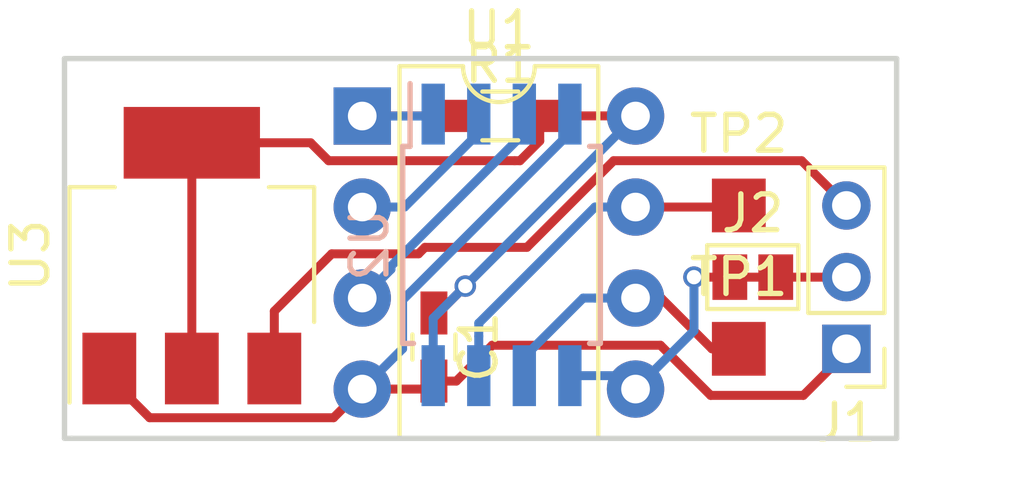
<source format=kicad_pcb>
(kicad_pcb (version 4) (host pcbnew 4.0.6)

  (general
    (links 22)
    (no_connects 22)
    (area 138.275 101.6386 167.033334 116.0886)
    (thickness 1.6)
    (drawings 5)
    (tracks 75)
    (zones 0)
    (modules 9)
    (nets 10)
  )

  (page A4)
  (layers
    (0 F.Cu signal)
    (31 B.Cu signal)
    (32 B.Adhes user)
    (33 F.Adhes user)
    (34 B.Paste user)
    (35 F.Paste user)
    (36 B.SilkS user)
    (37 F.SilkS user)
    (38 B.Mask user)
    (39 F.Mask user)
    (40 Dwgs.User user)
    (41 Cmts.User user)
    (42 Eco1.User user)
    (43 Eco2.User user)
    (44 Edge.Cuts user)
    (45 Margin user)
    (46 B.CrtYd user)
    (47 F.CrtYd user)
    (48 B.Fab user)
    (49 F.Fab user)
  )

  (setup
    (last_trace_width 0.25)
    (trace_clearance 0.2)
    (zone_clearance 0.508)
    (zone_45_only no)
    (trace_min 0.2)
    (segment_width 0.2)
    (edge_width 0.15)
    (via_size 0.6)
    (via_drill 0.4)
    (via_min_size 0.4)
    (via_min_drill 0.3)
    (uvia_size 0.3)
    (uvia_drill 0.1)
    (uvias_allowed no)
    (uvia_min_size 0.2)
    (uvia_min_drill 0.1)
    (pcb_text_width 0.3)
    (pcb_text_size 1.5 1.5)
    (mod_edge_width 0.15)
    (mod_text_size 1 1)
    (mod_text_width 0.15)
    (pad_size 1.524 1.524)
    (pad_drill 0.762)
    (pad_to_mask_clearance 0.2)
    (aux_axis_origin 164 103)
    (visible_elements FFFFFF7F)
    (pcbplotparams
      (layerselection 0x010c0_80000001)
      (usegerberextensions true)
      (usegerberattributes true)
      (excludeedgelayer true)
      (linewidth 0.100000)
      (plotframeref false)
      (viasonmask false)
      (mode 1)
      (useauxorigin true)
      (hpglpennumber 1)
      (hpglpenspeed 20)
      (hpglpendiameter 15)
      (hpglpenoverlay 2)
      (psnegative false)
      (psa4output false)
      (plotreference false)
      (plotvalue false)
      (plotinvisibletext false)
      (padsonsilk false)
      (subtractmaskfromsilk false)
      (outputformat 1)
      (mirror false)
      (drillshape 0)
      (scaleselection 1)
      (outputdirectory gerbers/))
  )

  (net 0 "")
  (net 1 +3V3)
  (net 2 GND)
  (net 3 "Net-(J1-Pad2)")
  (net 4 VCC)
  (net 5 "Net-(R1-Pad1)")
  (net 6 "Net-(TP1-Pad1)")
  (net 7 "Net-(TP2-Pad1)")
  (net 8 "Net-(U1-Pad2)")
  (net 9 "Net-(U1-Pad3)")

  (net_class Default "This is the default net class."
    (clearance 0.2)
    (trace_width 0.25)
    (via_dia 0.6)
    (via_drill 0.4)
    (uvia_dia 0.3)
    (uvia_drill 0.1)
    (add_net +3V3)
    (add_net GND)
    (add_net "Net-(J1-Pad2)")
    (add_net "Net-(R1-Pad1)")
    (add_net "Net-(TP1-Pad1)")
    (add_net "Net-(TP2-Pad1)")
    (add_net "Net-(U1-Pad2)")
    (add_net "Net-(U1-Pad3)")
    (add_net VCC)
  )

  (module Capacitors_SMD:C_0603_HandSoldering (layer F.Cu) (tedit 58AA848B) (tstamp 59960C4C)
    (at 150.5 111.45 270)
    (descr "Capacitor SMD 0603, hand soldering")
    (tags "capacitor 0603")
    (path /599608FA)
    (attr smd)
    (fp_text reference C1 (at 0 -1.25 270) (layer F.SilkS)
      (effects (font (size 1 1) (thickness 0.15)))
    )
    (fp_text value C_Small (at 0 1.5 270) (layer F.Fab)
      (effects (font (size 1 1) (thickness 0.15)))
    )
    (fp_text user %R (at 0 -1.25 270) (layer F.Fab)
      (effects (font (size 1 1) (thickness 0.15)))
    )
    (fp_line (start -0.8 0.4) (end -0.8 -0.4) (layer F.Fab) (width 0.1))
    (fp_line (start 0.8 0.4) (end -0.8 0.4) (layer F.Fab) (width 0.1))
    (fp_line (start 0.8 -0.4) (end 0.8 0.4) (layer F.Fab) (width 0.1))
    (fp_line (start -0.8 -0.4) (end 0.8 -0.4) (layer F.Fab) (width 0.1))
    (fp_line (start -0.35 -0.6) (end 0.35 -0.6) (layer F.SilkS) (width 0.12))
    (fp_line (start 0.35 0.6) (end -0.35 0.6) (layer F.SilkS) (width 0.12))
    (fp_line (start -1.8 -0.65) (end 1.8 -0.65) (layer F.CrtYd) (width 0.05))
    (fp_line (start -1.8 -0.65) (end -1.8 0.65) (layer F.CrtYd) (width 0.05))
    (fp_line (start 1.8 0.65) (end 1.8 -0.65) (layer F.CrtYd) (width 0.05))
    (fp_line (start 1.8 0.65) (end -1.8 0.65) (layer F.CrtYd) (width 0.05))
    (pad 1 smd rect (at -0.95 0 270) (size 1.2 0.75) (layers F.Cu F.Paste F.Mask)
      (net 1 +3V3))
    (pad 2 smd rect (at 0.95 0 270) (size 1.2 0.75) (layers F.Cu F.Paste F.Mask)
      (net 2 GND))
    (model Capacitors_SMD.3dshapes/C_0603.wrl
      (at (xyz 0 0 0))
      (scale (xyz 1 1 1))
      (rotate (xyz 0 0 0))
    )
  )

  (module Pin_Headers:Pin_Header_Straight_1x03_Pitch2.00mm (layer F.Cu) (tedit 59650533) (tstamp 59960C53)
    (at 162 111.5 180)
    (descr "Through hole straight pin header, 1x03, 2.00mm pitch, single row")
    (tags "Through hole pin header THT 1x03 2.00mm single row")
    (path /59960EC3)
    (fp_text reference J1 (at 0 -2.06 180) (layer F.SilkS)
      (effects (font (size 1 1) (thickness 0.15)))
    )
    (fp_text value CONN_01X03 (at 0 6.06 180) (layer F.Fab)
      (effects (font (size 1 1) (thickness 0.15)))
    )
    (fp_line (start -0.5 -1) (end 1 -1) (layer F.Fab) (width 0.1))
    (fp_line (start 1 -1) (end 1 5) (layer F.Fab) (width 0.1))
    (fp_line (start 1 5) (end -1 5) (layer F.Fab) (width 0.1))
    (fp_line (start -1 5) (end -1 -0.5) (layer F.Fab) (width 0.1))
    (fp_line (start -1 -0.5) (end -0.5 -1) (layer F.Fab) (width 0.1))
    (fp_line (start -1.06 5.06) (end 1.06 5.06) (layer F.SilkS) (width 0.12))
    (fp_line (start -1.06 1) (end -1.06 5.06) (layer F.SilkS) (width 0.12))
    (fp_line (start 1.06 1) (end 1.06 5.06) (layer F.SilkS) (width 0.12))
    (fp_line (start -1.06 1) (end 1.06 1) (layer F.SilkS) (width 0.12))
    (fp_line (start -1.06 0) (end -1.06 -1.06) (layer F.SilkS) (width 0.12))
    (fp_line (start -1.06 -1.06) (end 0 -1.06) (layer F.SilkS) (width 0.12))
    (fp_line (start -1.5 -1.5) (end -1.5 5.5) (layer F.CrtYd) (width 0.05))
    (fp_line (start -1.5 5.5) (end 1.5 5.5) (layer F.CrtYd) (width 0.05))
    (fp_line (start 1.5 5.5) (end 1.5 -1.5) (layer F.CrtYd) (width 0.05))
    (fp_line (start 1.5 -1.5) (end -1.5 -1.5) (layer F.CrtYd) (width 0.05))
    (fp_text user %R (at 0 2 270) (layer F.Fab)
      (effects (font (size 1 1) (thickness 0.15)))
    )
    (pad 1 thru_hole rect (at 0 0 180) (size 1.35 1.35) (drill 0.8) (layers *.Cu *.Mask)
      (net 2 GND))
    (pad 2 thru_hole oval (at 0 2 180) (size 1.35 1.35) (drill 0.8) (layers *.Cu *.Mask)
      (net 3 "Net-(J1-Pad2)"))
    (pad 3 thru_hole oval (at 0 4 180) (size 1.35 1.35) (drill 0.8) (layers *.Cu *.Mask)
      (net 4 VCC))
    (model ${KISYS3DMOD}/Pin_Headers.3dshapes/Pin_Header_Straight_1x03_Pitch2.00mm.wrl
      (at (xyz 0 0 0))
      (scale (xyz 1 1 1))
      (rotate (xyz 0 0 0))
    )
  )

  (module Connect:GS2 (layer F.Cu) (tedit 586134A1) (tstamp 59960C59)
    (at 159.39 109.5 90)
    (descr "2-pin solder bridge")
    (tags "solder bridge")
    (path /59960FD4)
    (attr smd)
    (fp_text reference J2 (at 1.78 0 180) (layer F.SilkS)
      (effects (font (size 1 1) (thickness 0.15)))
    )
    (fp_text value TEST_2P (at -1.8 0 180) (layer F.Fab)
      (effects (font (size 1 1) (thickness 0.15)))
    )
    (fp_line (start 1.1 -1.45) (end 1.1 1.5) (layer F.CrtYd) (width 0.05))
    (fp_line (start 1.1 1.5) (end -1.1 1.5) (layer F.CrtYd) (width 0.05))
    (fp_line (start -1.1 1.5) (end -1.1 -1.45) (layer F.CrtYd) (width 0.05))
    (fp_line (start -1.1 -1.45) (end 1.1 -1.45) (layer F.CrtYd) (width 0.05))
    (fp_line (start -0.89 -1.27) (end -0.89 1.27) (layer F.SilkS) (width 0.12))
    (fp_line (start 0.89 1.27) (end 0.89 -1.27) (layer F.SilkS) (width 0.12))
    (fp_line (start 0.89 1.27) (end -0.89 1.27) (layer F.SilkS) (width 0.12))
    (fp_line (start -0.89 -1.27) (end 0.89 -1.27) (layer F.SilkS) (width 0.12))
    (pad 1 smd rect (at 0 -0.64 90) (size 1.27 0.97) (layers F.Cu F.Paste F.Mask)
      (net 3 "Net-(J1-Pad2)"))
    (pad 2 smd rect (at 0 0.64 90) (size 1.27 0.97) (layers F.Cu F.Paste F.Mask)
      (net 3 "Net-(J1-Pad2)"))
  )

  (module Resistors_SMD:R_0603_HandSoldering (layer F.Cu) (tedit 58E0A804) (tstamp 59960C5F)
    (at 152.35 105)
    (descr "Resistor SMD 0603, hand soldering")
    (tags "resistor 0603")
    (path /59960C8A)
    (attr smd)
    (fp_text reference R1 (at 0 -1.45) (layer F.SilkS)
      (effects (font (size 1 1) (thickness 0.15)))
    )
    (fp_text value R_Small (at 0 1.55) (layer F.Fab)
      (effects (font (size 1 1) (thickness 0.15)))
    )
    (fp_text user %R (at 0 0) (layer F.Fab)
      (effects (font (size 0.4 0.4) (thickness 0.075)))
    )
    (fp_line (start -0.8 0.4) (end -0.8 -0.4) (layer F.Fab) (width 0.1))
    (fp_line (start 0.8 0.4) (end -0.8 0.4) (layer F.Fab) (width 0.1))
    (fp_line (start 0.8 -0.4) (end 0.8 0.4) (layer F.Fab) (width 0.1))
    (fp_line (start -0.8 -0.4) (end 0.8 -0.4) (layer F.Fab) (width 0.1))
    (fp_line (start 0.5 0.68) (end -0.5 0.68) (layer F.SilkS) (width 0.12))
    (fp_line (start -0.5 -0.68) (end 0.5 -0.68) (layer F.SilkS) (width 0.12))
    (fp_line (start -1.96 -0.7) (end 1.95 -0.7) (layer F.CrtYd) (width 0.05))
    (fp_line (start -1.96 -0.7) (end -1.96 0.7) (layer F.CrtYd) (width 0.05))
    (fp_line (start 1.95 0.7) (end 1.95 -0.7) (layer F.CrtYd) (width 0.05))
    (fp_line (start 1.95 0.7) (end -1.96 0.7) (layer F.CrtYd) (width 0.05))
    (pad 1 smd rect (at -1.1 0) (size 1.2 0.9) (layers F.Cu F.Paste F.Mask)
      (net 5 "Net-(R1-Pad1)"))
    (pad 2 smd rect (at 1.1 0) (size 1.2 0.9) (layers F.Cu F.Paste F.Mask)
      (net 1 +3V3))
    (model ${KISYS3DMOD}/Resistors_SMD.3dshapes/R_0603.wrl
      (at (xyz 0 0 0))
      (scale (xyz 1 1 1))
      (rotate (xyz 0 0 0))
    )
  )

  (module Measurement_Points:Measurement_Point_Square-SMD-Pad_Small (layer F.Cu) (tedit 56C36007) (tstamp 59960C64)
    (at 159 111.5)
    (descr "Mesurement Point, Square, SMD Pad,  1.5mm x 1.5mm,")
    (tags "Mesurement Point Square SMD Pad 1.5x1.5mm")
    (path /5996121B)
    (attr virtual)
    (fp_text reference TP1 (at 0 -2) (layer F.SilkS)
      (effects (font (size 1 1) (thickness 0.15)))
    )
    (fp_text value TEST (at 0 2) (layer F.Fab)
      (effects (font (size 1 1) (thickness 0.15)))
    )
    (fp_line (start -1 -1) (end 1 -1) (layer F.CrtYd) (width 0.05))
    (fp_line (start 1 -1) (end 1 1) (layer F.CrtYd) (width 0.05))
    (fp_line (start 1 1) (end -1 1) (layer F.CrtYd) (width 0.05))
    (fp_line (start -1 1) (end -1 -1) (layer F.CrtYd) (width 0.05))
    (pad 1 smd rect (at 0 0) (size 1.5 1.5) (layers F.Cu F.Mask)
      (net 6 "Net-(TP1-Pad1)"))
  )

  (module Measurement_Points:Measurement_Point_Square-SMD-Pad_Small (layer F.Cu) (tedit 56C36007) (tstamp 59960C69)
    (at 159 107.5)
    (descr "Mesurement Point, Square, SMD Pad,  1.5mm x 1.5mm,")
    (tags "Mesurement Point Square SMD Pad 1.5x1.5mm")
    (path /5996126C)
    (attr virtual)
    (fp_text reference TP2 (at 0 -2) (layer F.SilkS)
      (effects (font (size 1 1) (thickness 0.15)))
    )
    (fp_text value TEST (at 0 2) (layer F.Fab)
      (effects (font (size 1 1) (thickness 0.15)))
    )
    (fp_line (start -1 -1) (end 1 -1) (layer F.CrtYd) (width 0.05))
    (fp_line (start 1 -1) (end 1 1) (layer F.CrtYd) (width 0.05))
    (fp_line (start 1 1) (end -1 1) (layer F.CrtYd) (width 0.05))
    (fp_line (start -1 1) (end -1 -1) (layer F.CrtYd) (width 0.05))
    (pad 1 smd rect (at 0 0) (size 1.5 1.5) (layers F.Cu F.Mask)
      (net 7 "Net-(TP2-Pad1)"))
  )

  (module Housings_DIP:DIP-8_W7.62mm (layer F.Cu) (tedit 58CC8E33) (tstamp 59960C75)
    (at 148.5011 105.0036)
    (descr "8-lead dip package, row spacing 7.62 mm (300 mils)")
    (tags "DIL DIP PDIP 2.54mm 7.62mm 300mil")
    (path /599608CE)
    (fp_text reference U1 (at 3.81 -2.39) (layer F.SilkS)
      (effects (font (size 1 1) (thickness 0.15)))
    )
    (fp_text value ATTINY85-20PU (at 3.81 10.01) (layer F.Fab)
      (effects (font (size 1 1) (thickness 0.15)))
    )
    (fp_text user %R (at 3.81 3.81) (layer F.Fab)
      (effects (font (size 1 1) (thickness 0.15)))
    )
    (fp_line (start 1.635 -1.27) (end 6.985 -1.27) (layer F.Fab) (width 0.1))
    (fp_line (start 6.985 -1.27) (end 6.985 8.89) (layer F.Fab) (width 0.1))
    (fp_line (start 6.985 8.89) (end 0.635 8.89) (layer F.Fab) (width 0.1))
    (fp_line (start 0.635 8.89) (end 0.635 -0.27) (layer F.Fab) (width 0.1))
    (fp_line (start 0.635 -0.27) (end 1.635 -1.27) (layer F.Fab) (width 0.1))
    (fp_line (start 2.81 -1.39) (end 1.04 -1.39) (layer F.SilkS) (width 0.12))
    (fp_line (start 1.04 -1.39) (end 1.04 9.01) (layer F.SilkS) (width 0.12))
    (fp_line (start 1.04 9.01) (end 6.58 9.01) (layer F.SilkS) (width 0.12))
    (fp_line (start 6.58 9.01) (end 6.58 -1.39) (layer F.SilkS) (width 0.12))
    (fp_line (start 6.58 -1.39) (end 4.81 -1.39) (layer F.SilkS) (width 0.12))
    (fp_line (start -1.1 -1.6) (end -1.1 9.2) (layer F.CrtYd) (width 0.05))
    (fp_line (start -1.1 9.2) (end 8.7 9.2) (layer F.CrtYd) (width 0.05))
    (fp_line (start 8.7 9.2) (end 8.7 -1.6) (layer F.CrtYd) (width 0.05))
    (fp_line (start 8.7 -1.6) (end -1.1 -1.6) (layer F.CrtYd) (width 0.05))
    (fp_arc (start 3.81 -1.39) (end 2.81 -1.39) (angle -180) (layer F.SilkS) (width 0.12))
    (pad 1 thru_hole rect (at 0 0) (size 1.6 1.6) (drill 0.8) (layers *.Cu *.Mask)
      (net 5 "Net-(R1-Pad1)"))
    (pad 5 thru_hole oval (at 7.62 7.62) (size 1.6 1.6) (drill 0.8) (layers *.Cu *.Mask)
      (net 3 "Net-(J1-Pad2)"))
    (pad 2 thru_hole oval (at 0 2.54) (size 1.6 1.6) (drill 0.8) (layers *.Cu *.Mask)
      (net 8 "Net-(U1-Pad2)"))
    (pad 6 thru_hole oval (at 7.62 5.08) (size 1.6 1.6) (drill 0.8) (layers *.Cu *.Mask)
      (net 6 "Net-(TP1-Pad1)"))
    (pad 3 thru_hole oval (at 0 5.08) (size 1.6 1.6) (drill 0.8) (layers *.Cu *.Mask)
      (net 9 "Net-(U1-Pad3)"))
    (pad 7 thru_hole oval (at 7.62 2.54) (size 1.6 1.6) (drill 0.8) (layers *.Cu *.Mask)
      (net 7 "Net-(TP2-Pad1)"))
    (pad 4 thru_hole oval (at 0 7.62) (size 1.6 1.6) (drill 0.8) (layers *.Cu *.Mask)
      (net 2 GND))
    (pad 8 thru_hole oval (at 7.62 0) (size 1.6 1.6) (drill 0.8) (layers *.Cu *.Mask)
      (net 1 +3V3))
    (model ${KISYS3DMOD}/Housings_DIP.3dshapes/DIP-8_W7.62mm.wrl
      (at (xyz 0 0 0))
      (scale (xyz 1 1 1))
      (rotate (xyz 0 0 0))
    )
  )

  (module Housings_SOIC:SOIJ-8_5.3x5.3mm_Pitch1.27mm (layer B.Cu) (tedit 58CC8F64) (tstamp 59960C81)
    (at 152.385 108.6 270)
    (descr "8-Lead Plastic Small Outline (SM) - Medium, 5.28 mm Body [SOIC] (see Microchip Packaging Specification 00000049BS.pdf)")
    (tags "SOIC 1.27")
    (path /59961385)
    (attr smd)
    (fp_text reference U2 (at 0 3.68 270) (layer B.SilkS)
      (effects (font (size 1 1) (thickness 0.15)) (justify mirror))
    )
    (fp_text value ATTINY85-20PU (at 0 -3.68 270) (layer B.Fab)
      (effects (font (size 1 1) (thickness 0.15)) (justify mirror))
    )
    (fp_text user %R (at 0 0 270) (layer B.Fab)
      (effects (font (size 1 1) (thickness 0.15)) (justify mirror))
    )
    (fp_line (start -1.65 2.65) (end 2.65 2.65) (layer B.Fab) (width 0.15))
    (fp_line (start 2.65 2.65) (end 2.65 -2.65) (layer B.Fab) (width 0.15))
    (fp_line (start 2.65 -2.65) (end -2.65 -2.65) (layer B.Fab) (width 0.15))
    (fp_line (start -2.65 -2.65) (end -2.65 1.65) (layer B.Fab) (width 0.15))
    (fp_line (start -2.65 1.65) (end -1.65 2.65) (layer B.Fab) (width 0.15))
    (fp_line (start -4.75 2.95) (end -4.75 -2.95) (layer B.CrtYd) (width 0.05))
    (fp_line (start 4.75 2.95) (end 4.75 -2.95) (layer B.CrtYd) (width 0.05))
    (fp_line (start -4.75 2.95) (end 4.75 2.95) (layer B.CrtYd) (width 0.05))
    (fp_line (start -4.75 -2.95) (end 4.75 -2.95) (layer B.CrtYd) (width 0.05))
    (fp_line (start -2.75 2.755) (end -2.75 2.55) (layer B.SilkS) (width 0.15))
    (fp_line (start 2.75 2.755) (end 2.75 2.455) (layer B.SilkS) (width 0.15))
    (fp_line (start 2.75 -2.755) (end 2.75 -2.455) (layer B.SilkS) (width 0.15))
    (fp_line (start -2.75 -2.755) (end -2.75 -2.455) (layer B.SilkS) (width 0.15))
    (fp_line (start -2.75 2.755) (end 2.75 2.755) (layer B.SilkS) (width 0.15))
    (fp_line (start -2.75 -2.755) (end 2.75 -2.755) (layer B.SilkS) (width 0.15))
    (fp_line (start -2.75 2.55) (end -4.5 2.55) (layer B.SilkS) (width 0.15))
    (pad 1 smd rect (at -3.65 1.905 270) (size 1.7 0.65) (layers B.Cu B.Paste B.Mask)
      (net 5 "Net-(R1-Pad1)"))
    (pad 2 smd rect (at -3.65 0.635 270) (size 1.7 0.65) (layers B.Cu B.Paste B.Mask)
      (net 8 "Net-(U1-Pad2)"))
    (pad 3 smd rect (at -3.65 -0.635 270) (size 1.7 0.65) (layers B.Cu B.Paste B.Mask)
      (net 9 "Net-(U1-Pad3)"))
    (pad 4 smd rect (at -3.65 -1.905 270) (size 1.7 0.65) (layers B.Cu B.Paste B.Mask)
      (net 2 GND))
    (pad 5 smd rect (at 3.65 -1.905 270) (size 1.7 0.65) (layers B.Cu B.Paste B.Mask)
      (net 3 "Net-(J1-Pad2)"))
    (pad 6 smd rect (at 3.65 -0.635 270) (size 1.7 0.65) (layers B.Cu B.Paste B.Mask)
      (net 6 "Net-(TP1-Pad1)"))
    (pad 7 smd rect (at 3.65 0.635 270) (size 1.7 0.65) (layers B.Cu B.Paste B.Mask)
      (net 7 "Net-(TP2-Pad1)"))
    (pad 8 smd rect (at 3.65 1.905 270) (size 1.7 0.65) (layers B.Cu B.Paste B.Mask)
      (net 1 +3V3))
    (model ${KISYS3DMOD}/Housings_SOIC.3dshapes/SOIJ-8_5.3x5.3mm_Pitch1.27mm.wrl
      (at (xyz 0 0 0))
      (scale (xyz 1 1 1))
      (rotate (xyz 0 0 0))
    )
  )

  (module TO_SOT_Packages_SMD:SOT-223 (layer F.Cu) (tedit 58CE4E7E) (tstamp 59960C89)
    (at 143.75 108.9 90)
    (descr "module CMS SOT223 4 pins")
    (tags "CMS SOT")
    (path /59960AFF)
    (attr smd)
    (fp_text reference U3 (at 0 -4.5 90) (layer F.SilkS)
      (effects (font (size 1 1) (thickness 0.15)))
    )
    (fp_text value LM1117-3.3 (at 0 4.5 90) (layer F.Fab)
      (effects (font (size 1 1) (thickness 0.15)))
    )
    (fp_text user %R (at 0 0 180) (layer F.Fab)
      (effects (font (size 0.8 0.8) (thickness 0.12)))
    )
    (fp_line (start -1.85 -2.3) (end -0.8 -3.35) (layer F.Fab) (width 0.1))
    (fp_line (start 1.91 3.41) (end 1.91 2.15) (layer F.SilkS) (width 0.12))
    (fp_line (start 1.91 -3.41) (end 1.91 -2.15) (layer F.SilkS) (width 0.12))
    (fp_line (start 4.4 -3.6) (end -4.4 -3.6) (layer F.CrtYd) (width 0.05))
    (fp_line (start 4.4 3.6) (end 4.4 -3.6) (layer F.CrtYd) (width 0.05))
    (fp_line (start -4.4 3.6) (end 4.4 3.6) (layer F.CrtYd) (width 0.05))
    (fp_line (start -4.4 -3.6) (end -4.4 3.6) (layer F.CrtYd) (width 0.05))
    (fp_line (start -1.85 -2.3) (end -1.85 3.35) (layer F.Fab) (width 0.1))
    (fp_line (start -1.85 3.41) (end 1.91 3.41) (layer F.SilkS) (width 0.12))
    (fp_line (start -0.8 -3.35) (end 1.85 -3.35) (layer F.Fab) (width 0.1))
    (fp_line (start -4.1 -3.41) (end 1.91 -3.41) (layer F.SilkS) (width 0.12))
    (fp_line (start -1.85 3.35) (end 1.85 3.35) (layer F.Fab) (width 0.1))
    (fp_line (start 1.85 -3.35) (end 1.85 3.35) (layer F.Fab) (width 0.1))
    (pad 4 smd rect (at 3.15 0 90) (size 2 3.8) (layers F.Cu F.Paste F.Mask)
      (net 1 +3V3))
    (pad 2 smd rect (at -3.15 0 90) (size 2 1.5) (layers F.Cu F.Paste F.Mask)
      (net 1 +3V3))
    (pad 3 smd rect (at -3.15 2.3 90) (size 2 1.5) (layers F.Cu F.Paste F.Mask)
      (net 4 VCC))
    (pad 1 smd rect (at -3.15 -2.3 90) (size 2 1.5) (layers F.Cu F.Paste F.Mask)
      (net 2 GND))
    (model ${KISYS3DMOD}/TO_SOT_Packages_SMD.3dshapes/SOT-223.wrl
      (at (xyz 0 0 0))
      (scale (xyz 0.393 0.393 0.393))
      (rotate (xyz 0 0 90))
    )
  )

  (gr_line (start 140.2 114) (end 140.2 103.4) (layer Edge.Cuts) (width 0.15))
  (gr_line (start 140.4 114) (end 140.2 114) (layer Edge.Cuts) (width 0.15))
  (gr_line (start 163.4 114) (end 140.4 114) (layer Edge.Cuts) (width 0.15))
  (gr_line (start 163.4 103.4) (end 163.4 114) (layer Edge.Cuts) (width 0.15))
  (gr_line (start 140.2 103.4) (end 163.4 103.4) (layer Edge.Cuts) (width 0.15))

  (segment (start 147.562498 106.25) (end 152.75 106.25) (width 0.25) (layer F.Cu) (net 1))
  (segment (start 153.45 105) (end 153.45 105.7) (width 0.25) (layer F.Cu) (net 1))
  (segment (start 153.45 105.7) (end 152.9 106.25) (width 0.25) (layer F.Cu) (net 1))
  (segment (start 152.9 106.25) (end 152.75 106.25) (width 0.25) (layer F.Cu) (net 1))
  (segment (start 143.75 105.75) (end 147.062498 105.75) (width 0.25) (layer F.Cu) (net 1))
  (segment (start 147.062498 105.75) (end 147.562498 106.25) (width 0.25) (layer F.Cu) (net 1))
  (segment (start 143.75 112.05) (end 143.75 105.75) (width 0.25) (layer F.Cu) (net 1))
  (segment (start 153.45 105) (end 156.1175 105) (width 0.25) (layer F.Cu) (net 1))
  (segment (start 156.1175 105) (end 156.1211 105.0036) (width 0.25) (layer F.Cu) (net 1))
  (segment (start 150.48 110.6447) (end 151.3747 109.75) (width 0.25) (layer B.Cu) (net 1))
  (segment (start 151.3747 109.75) (end 156.1211 105.0036) (width 0.25) (layer B.Cu) (net 1))
  (segment (start 150.5 110.5) (end 150.6247 110.5) (width 0.25) (layer F.Cu) (net 1))
  (segment (start 150.6247 110.5) (end 151.3747 109.75) (width 0.25) (layer F.Cu) (net 1))
  (via (at 151.3747 109.75) (size 0.6) (drill 0.4) (layers F.Cu B.Cu) (net 1))
  (segment (start 150.48 112.25) (end 150.48 110.6447) (width 0.25) (layer B.Cu) (net 1))
  (segment (start 150.5 112.4) (end 151.125 112.4) (width 0.25) (layer F.Cu) (net 2))
  (segment (start 151.125 112.4) (end 152.125 111.4) (width 0.25) (layer F.Cu) (net 2))
  (segment (start 152.125 111.4) (end 156.814998 111.4) (width 0.25) (layer F.Cu) (net 2))
  (segment (start 158.214998 112.8) (end 160.8 112.8) (width 0.25) (layer F.Cu) (net 2))
  (segment (start 156.814998 111.4) (end 158.214998 112.8) (width 0.25) (layer F.Cu) (net 2))
  (segment (start 160.8 112.8) (end 162 111.6) (width 0.25) (layer F.Cu) (net 2))
  (segment (start 162 111.6) (end 162 111.5) (width 0.25) (layer F.Cu) (net 2))
  (segment (start 148.5011 112.6236) (end 150.2764 112.6236) (width 0.25) (layer F.Cu) (net 2))
  (segment (start 150.2764 112.6236) (end 150.5 112.4) (width 0.25) (layer F.Cu) (net 2))
  (segment (start 141.45 112.05) (end 141.45 112.3) (width 0.25) (layer F.Cu) (net 2))
  (segment (start 141.45 112.3) (end 142.573599 113.423599) (width 0.25) (layer F.Cu) (net 2))
  (segment (start 147.701101 113.423599) (end 148.5011 112.6236) (width 0.25) (layer F.Cu) (net 2))
  (segment (start 142.573599 113.423599) (end 147.701101 113.423599) (width 0.25) (layer F.Cu) (net 2))
  (segment (start 148.5011 112.6236) (end 149.626101 111.498599) (width 0.25) (layer B.Cu) (net 2))
  (segment (start 149.626101 110.138899) (end 154.29 105.475) (width 0.25) (layer B.Cu) (net 2))
  (segment (start 149.626101 111.498599) (end 149.626101 110.138899) (width 0.25) (layer B.Cu) (net 2))
  (segment (start 154.29 105.475) (end 154.29 104.95) (width 0.25) (layer B.Cu) (net 2))
  (segment (start 157.75 109.5) (end 158.75 109.5) (width 0.25) (layer F.Cu) (net 3))
  (segment (start 156.1211 112.6236) (end 157.75 110.9947) (width 0.25) (layer B.Cu) (net 3))
  (segment (start 157.75 110.9947) (end 157.75 109.5) (width 0.25) (layer B.Cu) (net 3))
  (via (at 157.75 109.5) (size 0.6) (drill 0.4) (layers F.Cu B.Cu) (net 3))
  (segment (start 160.03 109.5) (end 162 109.5) (width 0.25) (layer F.Cu) (net 3))
  (segment (start 158.75 109.5) (end 160.03 109.5) (width 0.25) (layer F.Cu) (net 3))
  (segment (start 158.75 109.65) (end 158.75 109.5) (width 0.25) (layer F.Cu) (net 3))
  (segment (start 154.29 112.25) (end 155.7475 112.25) (width 0.25) (layer B.Cu) (net 3))
  (segment (start 155.7475 112.25) (end 156.1211 112.6236) (width 0.25) (layer B.Cu) (net 3))
  (segment (start 146.05 112.05) (end 146.05 110.45) (width 0.25) (layer F.Cu) (net 4))
  (segment (start 146.05 110.45) (end 147.65 108.85) (width 0.25) (layer F.Cu) (net 4))
  (segment (start 153.092509 108.668601) (end 155.51111 106.25) (width 0.25) (layer F.Cu) (net 4))
  (segment (start 147.65 108.85) (end 150.068601 108.85) (width 0.25) (layer F.Cu) (net 4))
  (segment (start 150.068601 108.85) (end 150.25 108.668601) (width 0.25) (layer F.Cu) (net 4))
  (segment (start 150.25 108.668601) (end 153.092509 108.668601) (width 0.25) (layer F.Cu) (net 4))
  (segment (start 155.51111 106.25) (end 160.75 106.25) (width 0.25) (layer F.Cu) (net 4))
  (segment (start 160.75 106.25) (end 160.918599 106.418599) (width 0.25) (layer F.Cu) (net 4))
  (segment (start 160.918599 106.418599) (end 162 107.5) (width 0.25) (layer F.Cu) (net 4))
  (segment (start 151.25 105) (end 148.5047 105) (width 0.25) (layer F.Cu) (net 5))
  (segment (start 148.5047 105) (end 148.5011 105.0036) (width 0.25) (layer F.Cu) (net 5))
  (segment (start 148.5011 105.0036) (end 150.4264 105.0036) (width 0.25) (layer B.Cu) (net 5))
  (segment (start 150.4264 105.0036) (end 150.48 104.95) (width 0.25) (layer B.Cu) (net 5))
  (segment (start 156.1211 110.0836) (end 156.8336 110.0836) (width 0.25) (layer F.Cu) (net 6))
  (segment (start 156.8336 110.0836) (end 158.25 111.5) (width 0.25) (layer F.Cu) (net 6))
  (segment (start 158.25 111.5) (end 159 111.5) (width 0.25) (layer F.Cu) (net 6))
  (segment (start 158.75 111.75) (end 159 111.5) (width 0.25) (layer F.Cu) (net 6))
  (segment (start 153.02 112.25) (end 153.02 111.725) (width 0.25) (layer B.Cu) (net 6))
  (segment (start 153.02 111.725) (end 154.6614 110.0836) (width 0.25) (layer B.Cu) (net 6))
  (segment (start 154.6614 110.0836) (end 154.98973 110.0836) (width 0.25) (layer B.Cu) (net 6))
  (segment (start 154.98973 110.0836) (end 156.1211 110.0836) (width 0.25) (layer B.Cu) (net 6))
  (segment (start 156.1211 107.5436) (end 158.9564 107.5436) (width 0.25) (layer F.Cu) (net 7))
  (segment (start 158.9564 107.5436) (end 159 107.5) (width 0.25) (layer F.Cu) (net 7))
  (segment (start 156.1211 107.5436) (end 154.98973 107.5436) (width 0.25) (layer B.Cu) (net 7))
  (segment (start 154.98973 107.5436) (end 151.75 110.78333) (width 0.25) (layer B.Cu) (net 7))
  (segment (start 151.75 110.78333) (end 151.75 111.15) (width 0.25) (layer B.Cu) (net 7))
  (segment (start 151.75 111.15) (end 151.75 112.25) (width 0.25) (layer B.Cu) (net 7))
  (segment (start 148.5011 107.5436) (end 149.6814 107.5436) (width 0.25) (layer B.Cu) (net 8))
  (segment (start 149.6814 107.5436) (end 151.75 105.475) (width 0.25) (layer B.Cu) (net 8))
  (segment (start 151.75 105.475) (end 151.75 104.95) (width 0.25) (layer B.Cu) (net 8))
  (segment (start 148.5011 110.0836) (end 149.301099 109.283601) (width 0.25) (layer B.Cu) (net 9))
  (segment (start 149.301099 109.283601) (end 149.301099 109.193901) (width 0.25) (layer B.Cu) (net 9))
  (segment (start 149.301099 109.193901) (end 153.02 105.475) (width 0.25) (layer B.Cu) (net 9))
  (segment (start 153.02 105.475) (end 153.02 104.95) (width 0.25) (layer B.Cu) (net 9))

)

</source>
